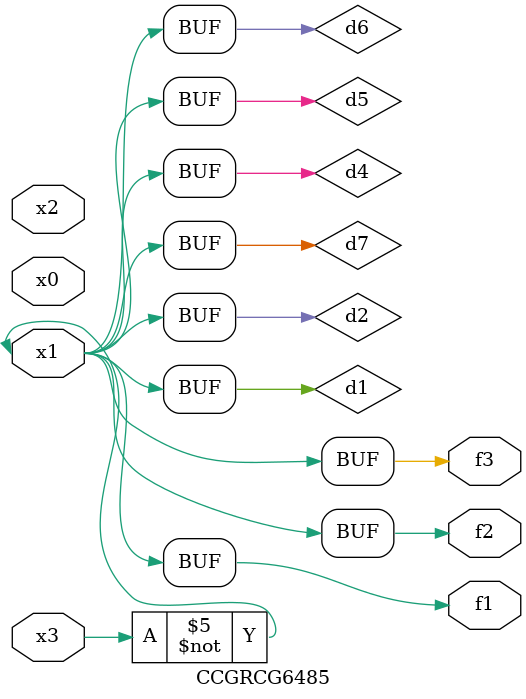
<source format=v>
module CCGRCG6485(
	input x0, x1, x2, x3,
	output f1, f2, f3
);

	wire d1, d2, d3, d4, d5, d6, d7;

	not (d1, x3);
	buf (d2, x1);
	xnor (d3, d1, d2);
	nor (d4, d1);
	buf (d5, d1, d2);
	buf (d6, d4, d5);
	nand (d7, d4);
	assign f1 = d6;
	assign f2 = d7;
	assign f3 = d6;
endmodule

</source>
